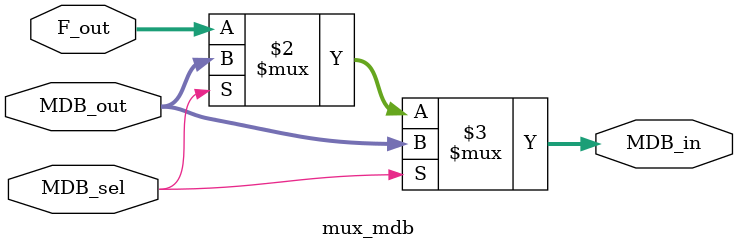
<source format=v>
module mux_mdb
  (// input [15:0]  MDB_out,
   // input [15:0]  CALC_out,
   input [15:0]  F_out,
   input         MDB_sel,
   // output [15:0] MDB_in,
   input [15:0]  MDB_out,
   output [15:0] MDB_in
   );

   // Just trying to test pipeline right now
   // assign MDB_in = MDB_out;


   assign MDB_in = (MDB_sel)  ? MDB_out :
                   (~MDB_sel) ? F_out   : MDB_out;
      

endmodule

</source>
